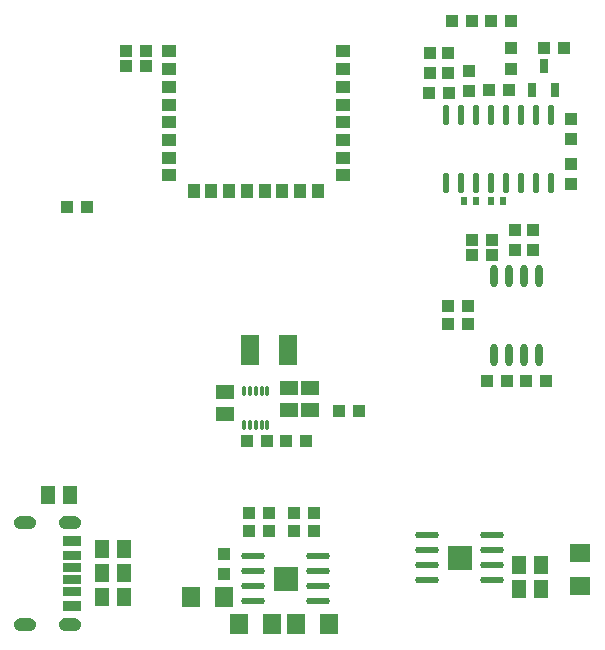
<source format=gtp>
G04*
G04 #@! TF.GenerationSoftware,Altium Limited,Altium Designer,22.1.2 (22)*
G04*
G04 Layer_Color=8421504*
%FSLAX24Y24*%
%MOIN*%
G70*
G04*
G04 #@! TF.SameCoordinates,162C4C40-B8F5-4961-9C55-0291AD4F2388*
G04*
G04*
G04 #@! TF.FilePolarity,Positive*
G04*
G01*
G75*
%ADD19R,0.0630X0.0709*%
%ADD20R,0.0512X0.0591*%
%ADD21R,0.0433X0.0394*%
%ADD22R,0.0394X0.0512*%
%ADD23R,0.0512X0.0394*%
%ADD24R,0.0276X0.0492*%
%ADD25R,0.0394X0.0433*%
%ADD26O,0.0236X0.0748*%
%ADD27O,0.0220X0.0687*%
%ADD28R,0.0630X0.1024*%
%ADD29R,0.0236X0.0256*%
%ADD30R,0.0591X0.0512*%
G04:AMPARAMS|DCode=31|XSize=31.9mil|YSize=10.2mil|CornerRadius=1.3mil|HoleSize=0mil|Usage=FLASHONLY|Rotation=270.000|XOffset=0mil|YOffset=0mil|HoleType=Round|Shape=RoundedRectangle|*
%AMROUNDEDRECTD31*
21,1,0.0319,0.0077,0,0,270.0*
21,1,0.0293,0.0102,0,0,270.0*
1,1,0.0026,-0.0038,-0.0147*
1,1,0.0026,-0.0038,0.0147*
1,1,0.0026,0.0038,0.0147*
1,1,0.0026,0.0038,-0.0147*
%
%ADD31ROUNDEDRECTD31*%
%ADD32R,0.0787X0.0787*%
%ADD33O,0.0802X0.0226*%
%ADD34R,0.0709X0.0630*%
%ADD35R,0.0591X0.0315*%
%ADD36R,0.0591X0.0299*%
%ADD37R,0.0591X0.0276*%
G36*
X812Y3289D02*
X855D01*
X934Y3256D01*
X995Y3195D01*
X1028Y3116D01*
Y3030D01*
X995Y2950D01*
X934Y2889D01*
X855Y2856D01*
X812D01*
D01*
X536D01*
X493D01*
X413Y2889D01*
X353Y2950D01*
X320Y3030D01*
Y3116D01*
X353Y3195D01*
X413Y3256D01*
X493Y3289D01*
X536D01*
D01*
X812D01*
D02*
G37*
G36*
X2308D02*
X2351D01*
X2430Y3256D01*
X2491Y3195D01*
X2524Y3116D01*
Y3030D01*
X2491Y2950D01*
X2430Y2889D01*
X2351Y2856D01*
X2308D01*
D01*
X2032D01*
X1989D01*
X1909Y2889D01*
X1849Y2950D01*
X1816Y3030D01*
Y3116D01*
X1849Y3195D01*
X1909Y3256D01*
X1989Y3289D01*
X2032D01*
D01*
X2308D01*
D02*
G37*
G36*
X2524Y3848D02*
Y3533D01*
X1934D01*
Y3848D01*
X2524D01*
D02*
G37*
G36*
Y4324D02*
Y4025D01*
X1934D01*
Y4324D01*
X2524D01*
D02*
G37*
G36*
Y4714D02*
Y4438D01*
X1934D01*
Y4714D01*
X2524D01*
D02*
G37*
G36*
X2430Y6658D02*
X2491Y6597D01*
X2524Y6517D01*
Y6431D01*
X2491Y6352D01*
X2430Y6291D01*
X2351Y6258D01*
X1989D01*
X1909Y6291D01*
X1849Y6352D01*
X1816Y6431D01*
Y6517D01*
X1849Y6597D01*
X1909Y6658D01*
X1989Y6691D01*
X2351D01*
X2430Y6658D01*
D02*
G37*
G36*
X934D02*
X995Y6597D01*
X1028Y6517D01*
Y6431D01*
X995Y6352D01*
X934Y6291D01*
X855Y6258D01*
X493D01*
X413Y6291D01*
X353Y6352D01*
X320Y6431D01*
Y6517D01*
X353Y6597D01*
X413Y6658D01*
X493Y6691D01*
X855D01*
X934Y6658D01*
D02*
G37*
G36*
X2524Y5698D02*
X1934D01*
Y6013D01*
X2524D01*
Y5698D01*
D02*
G37*
G36*
Y5222D02*
X1934D01*
Y5521D01*
X2524D01*
Y5222D01*
D02*
G37*
G36*
Y4832D02*
X1934D01*
Y5108D01*
X2524D01*
Y4832D01*
D02*
G37*
D19*
X9709Y3095D02*
D03*
X10812D02*
D03*
X8912D02*
D03*
X7809D02*
D03*
X7312Y3995D02*
D03*
X6209D02*
D03*
D20*
X17140Y4242D02*
D03*
X17888D02*
D03*
X17888Y5042D02*
D03*
X17140D02*
D03*
X2172Y7399D02*
D03*
X1424D02*
D03*
X3226Y5600D02*
D03*
X3974D02*
D03*
X3238Y4796D02*
D03*
X3986D02*
D03*
X3985Y3995D02*
D03*
X3237D02*
D03*
D21*
X2065Y17000D02*
D03*
X2735D02*
D03*
X8795Y6795D02*
D03*
X8126D02*
D03*
Y6195D02*
D03*
X8795D02*
D03*
X9626Y6795D02*
D03*
X10295D02*
D03*
X9626Y6195D02*
D03*
X10295D02*
D03*
X14795Y20795D02*
D03*
X14126D02*
D03*
X16196Y23185D02*
D03*
X16865D02*
D03*
X14896D02*
D03*
X15565D02*
D03*
X18635Y22300D02*
D03*
X17965D02*
D03*
X16126Y20895D02*
D03*
X16795D02*
D03*
X4695Y21695D02*
D03*
X4026D02*
D03*
X4026Y22195D02*
D03*
X4695D02*
D03*
X16735Y11203D02*
D03*
X16065D02*
D03*
X18035D02*
D03*
X17365D02*
D03*
X14765Y13703D02*
D03*
X15435D02*
D03*
X14765Y13103D02*
D03*
X15435D02*
D03*
X16235Y15403D02*
D03*
X15565D02*
D03*
X15565Y15903D02*
D03*
X16235D02*
D03*
X11795Y10195D02*
D03*
X11126D02*
D03*
X9386Y9195D02*
D03*
X10055D02*
D03*
X8086D02*
D03*
X8755D02*
D03*
D22*
X6292Y17521D02*
D03*
X6882D02*
D03*
X7472D02*
D03*
X8062D02*
D03*
X8662D02*
D03*
X9252D02*
D03*
X9842D02*
D03*
X10432D02*
D03*
D23*
X5463Y22185D02*
D03*
Y21585D02*
D03*
Y20995D02*
D03*
Y20405D02*
D03*
Y19815D02*
D03*
Y19225D02*
D03*
Y18635D02*
D03*
Y18045D02*
D03*
X11261Y22185D02*
D03*
Y21585D02*
D03*
Y20995D02*
D03*
Y20405D02*
D03*
Y19815D02*
D03*
Y19225D02*
D03*
Y18635D02*
D03*
Y18045D02*
D03*
D24*
X17961Y21689D02*
D03*
X18335Y20902D02*
D03*
X17587D02*
D03*
D25*
X18861Y19930D02*
D03*
Y19261D02*
D03*
X16860Y21605D02*
D03*
Y22275D02*
D03*
X15461Y21530D02*
D03*
Y20861D02*
D03*
X14761Y21461D02*
D03*
Y22130D02*
D03*
X14161Y21461D02*
D03*
Y22130D02*
D03*
X18861Y18430D02*
D03*
Y17761D02*
D03*
X17600Y16238D02*
D03*
Y15568D02*
D03*
X17000Y16238D02*
D03*
Y15568D02*
D03*
X7300Y4765D02*
D03*
Y5435D02*
D03*
D26*
X17800Y14700D02*
D03*
X17300D02*
D03*
X16800D02*
D03*
X16300D02*
D03*
X17800Y12062D02*
D03*
X17300D02*
D03*
X16800D02*
D03*
X16300D02*
D03*
D27*
X18213Y20052D02*
D03*
X17713D02*
D03*
X17213D02*
D03*
X16713D02*
D03*
X16213D02*
D03*
X15713D02*
D03*
X15213D02*
D03*
X14713D02*
D03*
X18213Y17790D02*
D03*
X17713D02*
D03*
X17213D02*
D03*
X16713D02*
D03*
X16213D02*
D03*
X15713D02*
D03*
X15213D02*
D03*
X14713D02*
D03*
D28*
X8175Y12209D02*
D03*
X9435D02*
D03*
D29*
X16597Y17200D02*
D03*
X16203D02*
D03*
X15697D02*
D03*
X15303D02*
D03*
D30*
X9461Y10221D02*
D03*
Y10969D02*
D03*
X10161Y10221D02*
D03*
Y10969D02*
D03*
X7354Y10838D02*
D03*
Y10090D02*
D03*
D31*
X8754Y10864D02*
D03*
X8557D02*
D03*
X8361D02*
D03*
X8164D02*
D03*
X7967D02*
D03*
Y9726D02*
D03*
X8164D02*
D03*
X8361D02*
D03*
X8557D02*
D03*
X8754D02*
D03*
D32*
X9361Y4595D02*
D03*
X15164Y5292D02*
D03*
D33*
X10451Y3845D02*
D03*
Y4345D02*
D03*
Y4845D02*
D03*
Y5345D02*
D03*
X8270Y3845D02*
D03*
Y4345D02*
D03*
Y4845D02*
D03*
Y5345D02*
D03*
X16254Y4542D02*
D03*
Y5042D02*
D03*
Y5542D02*
D03*
Y6042D02*
D03*
X14074Y4542D02*
D03*
Y5042D02*
D03*
Y5542D02*
D03*
Y6042D02*
D03*
D34*
X19164Y4341D02*
D03*
Y5443D02*
D03*
D35*
X2229Y5856D02*
D03*
Y3691D02*
D03*
D36*
Y5372D02*
D03*
Y4175D02*
D03*
D37*
Y4970D02*
D03*
Y4576D02*
D03*
M02*

</source>
